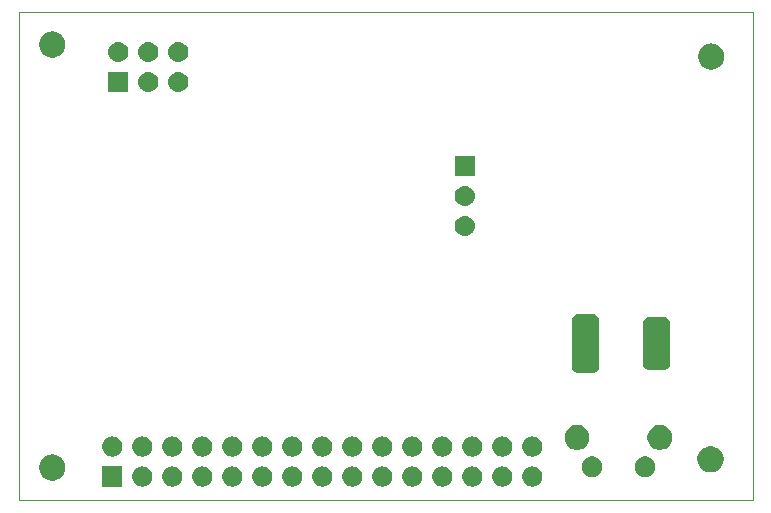
<source format=gbr>
G04 #@! TF.GenerationSoftware,KiCad,Pcbnew,(6.0.0-rc1-dev-1030-g80d50d98b)*
G04 #@! TF.CreationDate,2019-01-25T14:04:03-07:00*
G04 #@! TF.ProjectId,airmed_board_w1.0,6169726D65645F626F6172645F77312E,rev?*
G04 #@! TF.SameCoordinates,Original*
G04 #@! TF.FileFunction,Soldermask,Bot*
G04 #@! TF.FilePolarity,Negative*
%FSLAX46Y46*%
G04 Gerber Fmt 4.6, Leading zero omitted, Abs format (unit mm)*
G04 Created by KiCad (PCBNEW (6.0.0-rc1-dev-1030-g80d50d98b)) date Friday, January 25, 2019 at 02:04:03 PM*
%MOMM*%
%LPD*%
G01*
G04 APERTURE LIST*
%ADD10C,0.050000*%
%ADD11C,0.020000*%
G04 APERTURE END LIST*
D10*
X113487200Y-131826000D02*
X113487200Y-116027200D01*
X175641000Y-131826000D02*
X113487200Y-131826000D01*
X175641000Y-90474800D02*
X175641000Y-131826000D01*
X113487200Y-90474800D02*
X175641000Y-90474800D01*
X113487200Y-91948000D02*
X113487200Y-90474800D01*
X113487200Y-116027200D02*
X113487200Y-91948000D01*
D11*
G36*
X157139609Y-128951371D02*
X157300777Y-129000261D01*
X157449311Y-129079655D01*
X157579501Y-129186499D01*
X157686345Y-129316689D01*
X157765739Y-129465223D01*
X157814629Y-129626391D01*
X157831136Y-129794000D01*
X157814629Y-129961609D01*
X157765739Y-130122777D01*
X157686345Y-130271311D01*
X157579501Y-130401501D01*
X157449311Y-130508345D01*
X157300777Y-130587739D01*
X157139609Y-130636629D01*
X157013998Y-130649000D01*
X156930002Y-130649000D01*
X156804391Y-130636629D01*
X156643223Y-130587739D01*
X156494689Y-130508345D01*
X156364499Y-130401501D01*
X156257655Y-130271311D01*
X156178261Y-130122777D01*
X156129371Y-129961609D01*
X156112864Y-129794000D01*
X156129371Y-129626391D01*
X156178261Y-129465223D01*
X156257655Y-129316689D01*
X156364499Y-129186499D01*
X156494689Y-129079655D01*
X156643223Y-129000261D01*
X156804391Y-128951371D01*
X156930002Y-128939000D01*
X157013998Y-128939000D01*
X157139609Y-128951371D01*
X157139609Y-128951371D01*
G37*
G36*
X154599609Y-128951371D02*
X154760777Y-129000261D01*
X154909311Y-129079655D01*
X155039501Y-129186499D01*
X155146345Y-129316689D01*
X155225739Y-129465223D01*
X155274629Y-129626391D01*
X155291136Y-129794000D01*
X155274629Y-129961609D01*
X155225739Y-130122777D01*
X155146345Y-130271311D01*
X155039501Y-130401501D01*
X154909311Y-130508345D01*
X154760777Y-130587739D01*
X154599609Y-130636629D01*
X154473998Y-130649000D01*
X154390002Y-130649000D01*
X154264391Y-130636629D01*
X154103223Y-130587739D01*
X153954689Y-130508345D01*
X153824499Y-130401501D01*
X153717655Y-130271311D01*
X153638261Y-130122777D01*
X153589371Y-129961609D01*
X153572864Y-129794000D01*
X153589371Y-129626391D01*
X153638261Y-129465223D01*
X153717655Y-129316689D01*
X153824499Y-129186499D01*
X153954689Y-129079655D01*
X154103223Y-129000261D01*
X154264391Y-128951371D01*
X154390002Y-128939000D01*
X154473998Y-128939000D01*
X154599609Y-128951371D01*
X154599609Y-128951371D01*
G37*
G36*
X152059609Y-128951371D02*
X152220777Y-129000261D01*
X152369311Y-129079655D01*
X152499501Y-129186499D01*
X152606345Y-129316689D01*
X152685739Y-129465223D01*
X152734629Y-129626391D01*
X152751136Y-129794000D01*
X152734629Y-129961609D01*
X152685739Y-130122777D01*
X152606345Y-130271311D01*
X152499501Y-130401501D01*
X152369311Y-130508345D01*
X152220777Y-130587739D01*
X152059609Y-130636629D01*
X151933998Y-130649000D01*
X151850002Y-130649000D01*
X151724391Y-130636629D01*
X151563223Y-130587739D01*
X151414689Y-130508345D01*
X151284499Y-130401501D01*
X151177655Y-130271311D01*
X151098261Y-130122777D01*
X151049371Y-129961609D01*
X151032864Y-129794000D01*
X151049371Y-129626391D01*
X151098261Y-129465223D01*
X151177655Y-129316689D01*
X151284499Y-129186499D01*
X151414689Y-129079655D01*
X151563223Y-129000261D01*
X151724391Y-128951371D01*
X151850002Y-128939000D01*
X151933998Y-128939000D01*
X152059609Y-128951371D01*
X152059609Y-128951371D01*
G37*
G36*
X149519609Y-128951371D02*
X149680777Y-129000261D01*
X149829311Y-129079655D01*
X149959501Y-129186499D01*
X150066345Y-129316689D01*
X150145739Y-129465223D01*
X150194629Y-129626391D01*
X150211136Y-129794000D01*
X150194629Y-129961609D01*
X150145739Y-130122777D01*
X150066345Y-130271311D01*
X149959501Y-130401501D01*
X149829311Y-130508345D01*
X149680777Y-130587739D01*
X149519609Y-130636629D01*
X149393998Y-130649000D01*
X149310002Y-130649000D01*
X149184391Y-130636629D01*
X149023223Y-130587739D01*
X148874689Y-130508345D01*
X148744499Y-130401501D01*
X148637655Y-130271311D01*
X148558261Y-130122777D01*
X148509371Y-129961609D01*
X148492864Y-129794000D01*
X148509371Y-129626391D01*
X148558261Y-129465223D01*
X148637655Y-129316689D01*
X148744499Y-129186499D01*
X148874689Y-129079655D01*
X149023223Y-129000261D01*
X149184391Y-128951371D01*
X149310002Y-128939000D01*
X149393998Y-128939000D01*
X149519609Y-128951371D01*
X149519609Y-128951371D01*
G37*
G36*
X146979609Y-128951371D02*
X147140777Y-129000261D01*
X147289311Y-129079655D01*
X147419501Y-129186499D01*
X147526345Y-129316689D01*
X147605739Y-129465223D01*
X147654629Y-129626391D01*
X147671136Y-129794000D01*
X147654629Y-129961609D01*
X147605739Y-130122777D01*
X147526345Y-130271311D01*
X147419501Y-130401501D01*
X147289311Y-130508345D01*
X147140777Y-130587739D01*
X146979609Y-130636629D01*
X146853998Y-130649000D01*
X146770002Y-130649000D01*
X146644391Y-130636629D01*
X146483223Y-130587739D01*
X146334689Y-130508345D01*
X146204499Y-130401501D01*
X146097655Y-130271311D01*
X146018261Y-130122777D01*
X145969371Y-129961609D01*
X145952864Y-129794000D01*
X145969371Y-129626391D01*
X146018261Y-129465223D01*
X146097655Y-129316689D01*
X146204499Y-129186499D01*
X146334689Y-129079655D01*
X146483223Y-129000261D01*
X146644391Y-128951371D01*
X146770002Y-128939000D01*
X146853998Y-128939000D01*
X146979609Y-128951371D01*
X146979609Y-128951371D01*
G37*
G36*
X144439609Y-128951371D02*
X144600777Y-129000261D01*
X144749311Y-129079655D01*
X144879501Y-129186499D01*
X144986345Y-129316689D01*
X145065739Y-129465223D01*
X145114629Y-129626391D01*
X145131136Y-129794000D01*
X145114629Y-129961609D01*
X145065739Y-130122777D01*
X144986345Y-130271311D01*
X144879501Y-130401501D01*
X144749311Y-130508345D01*
X144600777Y-130587739D01*
X144439609Y-130636629D01*
X144313998Y-130649000D01*
X144230002Y-130649000D01*
X144104391Y-130636629D01*
X143943223Y-130587739D01*
X143794689Y-130508345D01*
X143664499Y-130401501D01*
X143557655Y-130271311D01*
X143478261Y-130122777D01*
X143429371Y-129961609D01*
X143412864Y-129794000D01*
X143429371Y-129626391D01*
X143478261Y-129465223D01*
X143557655Y-129316689D01*
X143664499Y-129186499D01*
X143794689Y-129079655D01*
X143943223Y-129000261D01*
X144104391Y-128951371D01*
X144230002Y-128939000D01*
X144313998Y-128939000D01*
X144439609Y-128951371D01*
X144439609Y-128951371D01*
G37*
G36*
X141899609Y-128951371D02*
X142060777Y-129000261D01*
X142209311Y-129079655D01*
X142339501Y-129186499D01*
X142446345Y-129316689D01*
X142525739Y-129465223D01*
X142574629Y-129626391D01*
X142591136Y-129794000D01*
X142574629Y-129961609D01*
X142525739Y-130122777D01*
X142446345Y-130271311D01*
X142339501Y-130401501D01*
X142209311Y-130508345D01*
X142060777Y-130587739D01*
X141899609Y-130636629D01*
X141773998Y-130649000D01*
X141690002Y-130649000D01*
X141564391Y-130636629D01*
X141403223Y-130587739D01*
X141254689Y-130508345D01*
X141124499Y-130401501D01*
X141017655Y-130271311D01*
X140938261Y-130122777D01*
X140889371Y-129961609D01*
X140872864Y-129794000D01*
X140889371Y-129626391D01*
X140938261Y-129465223D01*
X141017655Y-129316689D01*
X141124499Y-129186499D01*
X141254689Y-129079655D01*
X141403223Y-129000261D01*
X141564391Y-128951371D01*
X141690002Y-128939000D01*
X141773998Y-128939000D01*
X141899609Y-128951371D01*
X141899609Y-128951371D01*
G37*
G36*
X139359609Y-128951371D02*
X139520777Y-129000261D01*
X139669311Y-129079655D01*
X139799501Y-129186499D01*
X139906345Y-129316689D01*
X139985739Y-129465223D01*
X140034629Y-129626391D01*
X140051136Y-129794000D01*
X140034629Y-129961609D01*
X139985739Y-130122777D01*
X139906345Y-130271311D01*
X139799501Y-130401501D01*
X139669311Y-130508345D01*
X139520777Y-130587739D01*
X139359609Y-130636629D01*
X139233998Y-130649000D01*
X139150002Y-130649000D01*
X139024391Y-130636629D01*
X138863223Y-130587739D01*
X138714689Y-130508345D01*
X138584499Y-130401501D01*
X138477655Y-130271311D01*
X138398261Y-130122777D01*
X138349371Y-129961609D01*
X138332864Y-129794000D01*
X138349371Y-129626391D01*
X138398261Y-129465223D01*
X138477655Y-129316689D01*
X138584499Y-129186499D01*
X138714689Y-129079655D01*
X138863223Y-129000261D01*
X139024391Y-128951371D01*
X139150002Y-128939000D01*
X139233998Y-128939000D01*
X139359609Y-128951371D01*
X139359609Y-128951371D01*
G37*
G36*
X136819609Y-128951371D02*
X136980777Y-129000261D01*
X137129311Y-129079655D01*
X137259501Y-129186499D01*
X137366345Y-129316689D01*
X137445739Y-129465223D01*
X137494629Y-129626391D01*
X137511136Y-129794000D01*
X137494629Y-129961609D01*
X137445739Y-130122777D01*
X137366345Y-130271311D01*
X137259501Y-130401501D01*
X137129311Y-130508345D01*
X136980777Y-130587739D01*
X136819609Y-130636629D01*
X136693998Y-130649000D01*
X136610002Y-130649000D01*
X136484391Y-130636629D01*
X136323223Y-130587739D01*
X136174689Y-130508345D01*
X136044499Y-130401501D01*
X135937655Y-130271311D01*
X135858261Y-130122777D01*
X135809371Y-129961609D01*
X135792864Y-129794000D01*
X135809371Y-129626391D01*
X135858261Y-129465223D01*
X135937655Y-129316689D01*
X136044499Y-129186499D01*
X136174689Y-129079655D01*
X136323223Y-129000261D01*
X136484391Y-128951371D01*
X136610002Y-128939000D01*
X136693998Y-128939000D01*
X136819609Y-128951371D01*
X136819609Y-128951371D01*
G37*
G36*
X134279609Y-128951371D02*
X134440777Y-129000261D01*
X134589311Y-129079655D01*
X134719501Y-129186499D01*
X134826345Y-129316689D01*
X134905739Y-129465223D01*
X134954629Y-129626391D01*
X134971136Y-129794000D01*
X134954629Y-129961609D01*
X134905739Y-130122777D01*
X134826345Y-130271311D01*
X134719501Y-130401501D01*
X134589311Y-130508345D01*
X134440777Y-130587739D01*
X134279609Y-130636629D01*
X134153998Y-130649000D01*
X134070002Y-130649000D01*
X133944391Y-130636629D01*
X133783223Y-130587739D01*
X133634689Y-130508345D01*
X133504499Y-130401501D01*
X133397655Y-130271311D01*
X133318261Y-130122777D01*
X133269371Y-129961609D01*
X133252864Y-129794000D01*
X133269371Y-129626391D01*
X133318261Y-129465223D01*
X133397655Y-129316689D01*
X133504499Y-129186499D01*
X133634689Y-129079655D01*
X133783223Y-129000261D01*
X133944391Y-128951371D01*
X134070002Y-128939000D01*
X134153998Y-128939000D01*
X134279609Y-128951371D01*
X134279609Y-128951371D01*
G37*
G36*
X131739609Y-128951371D02*
X131900777Y-129000261D01*
X132049311Y-129079655D01*
X132179501Y-129186499D01*
X132286345Y-129316689D01*
X132365739Y-129465223D01*
X132414629Y-129626391D01*
X132431136Y-129794000D01*
X132414629Y-129961609D01*
X132365739Y-130122777D01*
X132286345Y-130271311D01*
X132179501Y-130401501D01*
X132049311Y-130508345D01*
X131900777Y-130587739D01*
X131739609Y-130636629D01*
X131613998Y-130649000D01*
X131530002Y-130649000D01*
X131404391Y-130636629D01*
X131243223Y-130587739D01*
X131094689Y-130508345D01*
X130964499Y-130401501D01*
X130857655Y-130271311D01*
X130778261Y-130122777D01*
X130729371Y-129961609D01*
X130712864Y-129794000D01*
X130729371Y-129626391D01*
X130778261Y-129465223D01*
X130857655Y-129316689D01*
X130964499Y-129186499D01*
X131094689Y-129079655D01*
X131243223Y-129000261D01*
X131404391Y-128951371D01*
X131530002Y-128939000D01*
X131613998Y-128939000D01*
X131739609Y-128951371D01*
X131739609Y-128951371D01*
G37*
G36*
X129199609Y-128951371D02*
X129360777Y-129000261D01*
X129509311Y-129079655D01*
X129639501Y-129186499D01*
X129746345Y-129316689D01*
X129825739Y-129465223D01*
X129874629Y-129626391D01*
X129891136Y-129794000D01*
X129874629Y-129961609D01*
X129825739Y-130122777D01*
X129746345Y-130271311D01*
X129639501Y-130401501D01*
X129509311Y-130508345D01*
X129360777Y-130587739D01*
X129199609Y-130636629D01*
X129073998Y-130649000D01*
X128990002Y-130649000D01*
X128864391Y-130636629D01*
X128703223Y-130587739D01*
X128554689Y-130508345D01*
X128424499Y-130401501D01*
X128317655Y-130271311D01*
X128238261Y-130122777D01*
X128189371Y-129961609D01*
X128172864Y-129794000D01*
X128189371Y-129626391D01*
X128238261Y-129465223D01*
X128317655Y-129316689D01*
X128424499Y-129186499D01*
X128554689Y-129079655D01*
X128703223Y-129000261D01*
X128864391Y-128951371D01*
X128990002Y-128939000D01*
X129073998Y-128939000D01*
X129199609Y-128951371D01*
X129199609Y-128951371D01*
G37*
G36*
X126659609Y-128951371D02*
X126820777Y-129000261D01*
X126969311Y-129079655D01*
X127099501Y-129186499D01*
X127206345Y-129316689D01*
X127285739Y-129465223D01*
X127334629Y-129626391D01*
X127351136Y-129794000D01*
X127334629Y-129961609D01*
X127285739Y-130122777D01*
X127206345Y-130271311D01*
X127099501Y-130401501D01*
X126969311Y-130508345D01*
X126820777Y-130587739D01*
X126659609Y-130636629D01*
X126533998Y-130649000D01*
X126450002Y-130649000D01*
X126324391Y-130636629D01*
X126163223Y-130587739D01*
X126014689Y-130508345D01*
X125884499Y-130401501D01*
X125777655Y-130271311D01*
X125698261Y-130122777D01*
X125649371Y-129961609D01*
X125632864Y-129794000D01*
X125649371Y-129626391D01*
X125698261Y-129465223D01*
X125777655Y-129316689D01*
X125884499Y-129186499D01*
X126014689Y-129079655D01*
X126163223Y-129000261D01*
X126324391Y-128951371D01*
X126450002Y-128939000D01*
X126533998Y-128939000D01*
X126659609Y-128951371D01*
X126659609Y-128951371D01*
G37*
G36*
X124119609Y-128951371D02*
X124280777Y-129000261D01*
X124429311Y-129079655D01*
X124559501Y-129186499D01*
X124666345Y-129316689D01*
X124745739Y-129465223D01*
X124794629Y-129626391D01*
X124811136Y-129794000D01*
X124794629Y-129961609D01*
X124745739Y-130122777D01*
X124666345Y-130271311D01*
X124559501Y-130401501D01*
X124429311Y-130508345D01*
X124280777Y-130587739D01*
X124119609Y-130636629D01*
X123993998Y-130649000D01*
X123910002Y-130649000D01*
X123784391Y-130636629D01*
X123623223Y-130587739D01*
X123474689Y-130508345D01*
X123344499Y-130401501D01*
X123237655Y-130271311D01*
X123158261Y-130122777D01*
X123109371Y-129961609D01*
X123092864Y-129794000D01*
X123109371Y-129626391D01*
X123158261Y-129465223D01*
X123237655Y-129316689D01*
X123344499Y-129186499D01*
X123474689Y-129079655D01*
X123623223Y-129000261D01*
X123784391Y-128951371D01*
X123910002Y-128939000D01*
X123993998Y-128939000D01*
X124119609Y-128951371D01*
X124119609Y-128951371D01*
G37*
G36*
X122267000Y-130649000D02*
X120557000Y-130649000D01*
X120557000Y-128939000D01*
X122267000Y-128939000D01*
X122267000Y-130649000D01*
X122267000Y-130649000D01*
G37*
G36*
X116547575Y-127948232D02*
X116654317Y-127969464D01*
X116855414Y-128052761D01*
X117036397Y-128173690D01*
X117190310Y-128327603D01*
X117311239Y-128508586D01*
X117334343Y-128564365D01*
X117394536Y-128709684D01*
X117431304Y-128894528D01*
X117437000Y-128923167D01*
X117437000Y-129140833D01*
X117394536Y-129354317D01*
X117311239Y-129555414D01*
X117190310Y-129736397D01*
X117036397Y-129890310D01*
X116855414Y-130011239D01*
X116654317Y-130094536D01*
X116547575Y-130115768D01*
X116440834Y-130137000D01*
X116223166Y-130137000D01*
X116116425Y-130115768D01*
X116009683Y-130094536D01*
X115808586Y-130011239D01*
X115627603Y-129890310D01*
X115473690Y-129736397D01*
X115352761Y-129555414D01*
X115269464Y-129354317D01*
X115227000Y-129140833D01*
X115227000Y-128923167D01*
X115232697Y-128894528D01*
X115269464Y-128709684D01*
X115329657Y-128564365D01*
X115352761Y-128508586D01*
X115473690Y-128327603D01*
X115627603Y-128173690D01*
X115808586Y-128052761D01*
X116009683Y-127969464D01*
X116116425Y-127948232D01*
X116223166Y-127927000D01*
X116440834Y-127927000D01*
X116547575Y-127948232D01*
X116547575Y-127948232D01*
G37*
G36*
X166779085Y-128135017D02*
X166779088Y-128135018D01*
X166779087Y-128135018D01*
X166939236Y-128201354D01*
X167082399Y-128297012D01*
X167083370Y-128297661D01*
X167205939Y-128420230D01*
X167205941Y-128420233D01*
X167302246Y-128564364D01*
X167349153Y-128677608D01*
X167368583Y-128724515D01*
X167402400Y-128894526D01*
X167402400Y-129067874D01*
X167368583Y-129237885D01*
X167368582Y-129237887D01*
X167302246Y-129398036D01*
X167257353Y-129465223D01*
X167205939Y-129542170D01*
X167083370Y-129664739D01*
X167083367Y-129664741D01*
X166939236Y-129761046D01*
X166859678Y-129794000D01*
X166779085Y-129827383D01*
X166609074Y-129861200D01*
X166435726Y-129861200D01*
X166265715Y-129827383D01*
X166185122Y-129794000D01*
X166105564Y-129761046D01*
X165961433Y-129664741D01*
X165961430Y-129664739D01*
X165838861Y-129542170D01*
X165787447Y-129465223D01*
X165742554Y-129398036D01*
X165676218Y-129237887D01*
X165676217Y-129237885D01*
X165642400Y-129067874D01*
X165642400Y-128894526D01*
X165676217Y-128724515D01*
X165695647Y-128677608D01*
X165742554Y-128564364D01*
X165838859Y-128420233D01*
X165838861Y-128420230D01*
X165961430Y-128297661D01*
X165962401Y-128297012D01*
X166105564Y-128201354D01*
X166265713Y-128135018D01*
X166265712Y-128135018D01*
X166265715Y-128135017D01*
X166435726Y-128101200D01*
X166609074Y-128101200D01*
X166779085Y-128135017D01*
X166779085Y-128135017D01*
G37*
G36*
X162279085Y-128135017D02*
X162279088Y-128135018D01*
X162279087Y-128135018D01*
X162439236Y-128201354D01*
X162582399Y-128297012D01*
X162583370Y-128297661D01*
X162705939Y-128420230D01*
X162705941Y-128420233D01*
X162802246Y-128564364D01*
X162849153Y-128677608D01*
X162868583Y-128724515D01*
X162902400Y-128894526D01*
X162902400Y-129067874D01*
X162868583Y-129237885D01*
X162868582Y-129237887D01*
X162802246Y-129398036D01*
X162757353Y-129465223D01*
X162705939Y-129542170D01*
X162583370Y-129664739D01*
X162583367Y-129664741D01*
X162439236Y-129761046D01*
X162359678Y-129794000D01*
X162279085Y-129827383D01*
X162109074Y-129861200D01*
X161935726Y-129861200D01*
X161765715Y-129827383D01*
X161685122Y-129794000D01*
X161605564Y-129761046D01*
X161461433Y-129664741D01*
X161461430Y-129664739D01*
X161338861Y-129542170D01*
X161287447Y-129465223D01*
X161242554Y-129398036D01*
X161176218Y-129237887D01*
X161176217Y-129237885D01*
X161142400Y-129067874D01*
X161142400Y-128894526D01*
X161176217Y-128724515D01*
X161195647Y-128677608D01*
X161242554Y-128564364D01*
X161338859Y-128420233D01*
X161338861Y-128420230D01*
X161461430Y-128297661D01*
X161462401Y-128297012D01*
X161605564Y-128201354D01*
X161765713Y-128135018D01*
X161765712Y-128135018D01*
X161765715Y-128135017D01*
X161935726Y-128101200D01*
X162109074Y-128101200D01*
X162279085Y-128135017D01*
X162279085Y-128135017D01*
G37*
G36*
X172275175Y-127237032D02*
X172381917Y-127258264D01*
X172583014Y-127341561D01*
X172763997Y-127462490D01*
X172917910Y-127616403D01*
X173038839Y-127797386D01*
X173109652Y-127968345D01*
X173122136Y-127998484D01*
X173164600Y-128211966D01*
X173164600Y-128429634D01*
X173143368Y-128536375D01*
X173122136Y-128643117D01*
X173038839Y-128844214D01*
X172917910Y-129025197D01*
X172763997Y-129179110D01*
X172583014Y-129300039D01*
X172381917Y-129383336D01*
X172308019Y-129398035D01*
X172168434Y-129425800D01*
X171950766Y-129425800D01*
X171811181Y-129398035D01*
X171737283Y-129383336D01*
X171536186Y-129300039D01*
X171355203Y-129179110D01*
X171201290Y-129025197D01*
X171080361Y-128844214D01*
X170997064Y-128643117D01*
X170975832Y-128536375D01*
X170954600Y-128429634D01*
X170954600Y-128211966D01*
X170997064Y-127998484D01*
X171009548Y-127968345D01*
X171080361Y-127797386D01*
X171201290Y-127616403D01*
X171355203Y-127462490D01*
X171536186Y-127341561D01*
X171737283Y-127258264D01*
X171844025Y-127237032D01*
X171950766Y-127215800D01*
X172168434Y-127215800D01*
X172275175Y-127237032D01*
X172275175Y-127237032D01*
G37*
G36*
X144439609Y-126411371D02*
X144600777Y-126460261D01*
X144749311Y-126539655D01*
X144879501Y-126646499D01*
X144986345Y-126776689D01*
X145065739Y-126925223D01*
X145114629Y-127086391D01*
X145131136Y-127254000D01*
X145114629Y-127421609D01*
X145065739Y-127582777D01*
X144986345Y-127731311D01*
X144879501Y-127861501D01*
X144749311Y-127968345D01*
X144600777Y-128047739D01*
X144439609Y-128096629D01*
X144313998Y-128109000D01*
X144230002Y-128109000D01*
X144104391Y-128096629D01*
X143943223Y-128047739D01*
X143794689Y-127968345D01*
X143664499Y-127861501D01*
X143557655Y-127731311D01*
X143478261Y-127582777D01*
X143429371Y-127421609D01*
X143412864Y-127254000D01*
X143429371Y-127086391D01*
X143478261Y-126925223D01*
X143557655Y-126776689D01*
X143664499Y-126646499D01*
X143794689Y-126539655D01*
X143943223Y-126460261D01*
X144104391Y-126411371D01*
X144230002Y-126399000D01*
X144313998Y-126399000D01*
X144439609Y-126411371D01*
X144439609Y-126411371D01*
G37*
G36*
X149519609Y-126411371D02*
X149680777Y-126460261D01*
X149829311Y-126539655D01*
X149959501Y-126646499D01*
X150066345Y-126776689D01*
X150145739Y-126925223D01*
X150194629Y-127086391D01*
X150211136Y-127254000D01*
X150194629Y-127421609D01*
X150145739Y-127582777D01*
X150066345Y-127731311D01*
X149959501Y-127861501D01*
X149829311Y-127968345D01*
X149680777Y-128047739D01*
X149519609Y-128096629D01*
X149393998Y-128109000D01*
X149310002Y-128109000D01*
X149184391Y-128096629D01*
X149023223Y-128047739D01*
X148874689Y-127968345D01*
X148744499Y-127861501D01*
X148637655Y-127731311D01*
X148558261Y-127582777D01*
X148509371Y-127421609D01*
X148492864Y-127254000D01*
X148509371Y-127086391D01*
X148558261Y-126925223D01*
X148637655Y-126776689D01*
X148744499Y-126646499D01*
X148874689Y-126539655D01*
X149023223Y-126460261D01*
X149184391Y-126411371D01*
X149310002Y-126399000D01*
X149393998Y-126399000D01*
X149519609Y-126411371D01*
X149519609Y-126411371D01*
G37*
G36*
X126659609Y-126411371D02*
X126820777Y-126460261D01*
X126969311Y-126539655D01*
X127099501Y-126646499D01*
X127206345Y-126776689D01*
X127285739Y-126925223D01*
X127334629Y-127086391D01*
X127351136Y-127254000D01*
X127334629Y-127421609D01*
X127285739Y-127582777D01*
X127206345Y-127731311D01*
X127099501Y-127861501D01*
X126969311Y-127968345D01*
X126820777Y-128047739D01*
X126659609Y-128096629D01*
X126533998Y-128109000D01*
X126450002Y-128109000D01*
X126324391Y-128096629D01*
X126163223Y-128047739D01*
X126014689Y-127968345D01*
X125884499Y-127861501D01*
X125777655Y-127731311D01*
X125698261Y-127582777D01*
X125649371Y-127421609D01*
X125632864Y-127254000D01*
X125649371Y-127086391D01*
X125698261Y-126925223D01*
X125777655Y-126776689D01*
X125884499Y-126646499D01*
X126014689Y-126539655D01*
X126163223Y-126460261D01*
X126324391Y-126411371D01*
X126450002Y-126399000D01*
X126533998Y-126399000D01*
X126659609Y-126411371D01*
X126659609Y-126411371D01*
G37*
G36*
X124119609Y-126411371D02*
X124280777Y-126460261D01*
X124429311Y-126539655D01*
X124559501Y-126646499D01*
X124666345Y-126776689D01*
X124745739Y-126925223D01*
X124794629Y-127086391D01*
X124811136Y-127254000D01*
X124794629Y-127421609D01*
X124745739Y-127582777D01*
X124666345Y-127731311D01*
X124559501Y-127861501D01*
X124429311Y-127968345D01*
X124280777Y-128047739D01*
X124119609Y-128096629D01*
X123993998Y-128109000D01*
X123910002Y-128109000D01*
X123784391Y-128096629D01*
X123623223Y-128047739D01*
X123474689Y-127968345D01*
X123344499Y-127861501D01*
X123237655Y-127731311D01*
X123158261Y-127582777D01*
X123109371Y-127421609D01*
X123092864Y-127254000D01*
X123109371Y-127086391D01*
X123158261Y-126925223D01*
X123237655Y-126776689D01*
X123344499Y-126646499D01*
X123474689Y-126539655D01*
X123623223Y-126460261D01*
X123784391Y-126411371D01*
X123910002Y-126399000D01*
X123993998Y-126399000D01*
X124119609Y-126411371D01*
X124119609Y-126411371D01*
G37*
G36*
X121579609Y-126411371D02*
X121740777Y-126460261D01*
X121889311Y-126539655D01*
X122019501Y-126646499D01*
X122126345Y-126776689D01*
X122205739Y-126925223D01*
X122254629Y-127086391D01*
X122271136Y-127254000D01*
X122254629Y-127421609D01*
X122205739Y-127582777D01*
X122126345Y-127731311D01*
X122019501Y-127861501D01*
X121889311Y-127968345D01*
X121740777Y-128047739D01*
X121579609Y-128096629D01*
X121453998Y-128109000D01*
X121370002Y-128109000D01*
X121244391Y-128096629D01*
X121083223Y-128047739D01*
X120934689Y-127968345D01*
X120804499Y-127861501D01*
X120697655Y-127731311D01*
X120618261Y-127582777D01*
X120569371Y-127421609D01*
X120552864Y-127254000D01*
X120569371Y-127086391D01*
X120618261Y-126925223D01*
X120697655Y-126776689D01*
X120804499Y-126646499D01*
X120934689Y-126539655D01*
X121083223Y-126460261D01*
X121244391Y-126411371D01*
X121370002Y-126399000D01*
X121453998Y-126399000D01*
X121579609Y-126411371D01*
X121579609Y-126411371D01*
G37*
G36*
X129199609Y-126411371D02*
X129360777Y-126460261D01*
X129509311Y-126539655D01*
X129639501Y-126646499D01*
X129746345Y-126776689D01*
X129825739Y-126925223D01*
X129874629Y-127086391D01*
X129891136Y-127254000D01*
X129874629Y-127421609D01*
X129825739Y-127582777D01*
X129746345Y-127731311D01*
X129639501Y-127861501D01*
X129509311Y-127968345D01*
X129360777Y-128047739D01*
X129199609Y-128096629D01*
X129073998Y-128109000D01*
X128990002Y-128109000D01*
X128864391Y-128096629D01*
X128703223Y-128047739D01*
X128554689Y-127968345D01*
X128424499Y-127861501D01*
X128317655Y-127731311D01*
X128238261Y-127582777D01*
X128189371Y-127421609D01*
X128172864Y-127254000D01*
X128189371Y-127086391D01*
X128238261Y-126925223D01*
X128317655Y-126776689D01*
X128424499Y-126646499D01*
X128554689Y-126539655D01*
X128703223Y-126460261D01*
X128864391Y-126411371D01*
X128990002Y-126399000D01*
X129073998Y-126399000D01*
X129199609Y-126411371D01*
X129199609Y-126411371D01*
G37*
G36*
X157139609Y-126411371D02*
X157300777Y-126460261D01*
X157449311Y-126539655D01*
X157579501Y-126646499D01*
X157686345Y-126776689D01*
X157765739Y-126925223D01*
X157814629Y-127086391D01*
X157831136Y-127254000D01*
X157814629Y-127421609D01*
X157765739Y-127582777D01*
X157686345Y-127731311D01*
X157579501Y-127861501D01*
X157449311Y-127968345D01*
X157300777Y-128047739D01*
X157139609Y-128096629D01*
X157013998Y-128109000D01*
X156930002Y-128109000D01*
X156804391Y-128096629D01*
X156643223Y-128047739D01*
X156494689Y-127968345D01*
X156364499Y-127861501D01*
X156257655Y-127731311D01*
X156178261Y-127582777D01*
X156129371Y-127421609D01*
X156112864Y-127254000D01*
X156129371Y-127086391D01*
X156178261Y-126925223D01*
X156257655Y-126776689D01*
X156364499Y-126646499D01*
X156494689Y-126539655D01*
X156643223Y-126460261D01*
X156804391Y-126411371D01*
X156930002Y-126399000D01*
X157013998Y-126399000D01*
X157139609Y-126411371D01*
X157139609Y-126411371D01*
G37*
G36*
X131739609Y-126411371D02*
X131900777Y-126460261D01*
X132049311Y-126539655D01*
X132179501Y-126646499D01*
X132286345Y-126776689D01*
X132365739Y-126925223D01*
X132414629Y-127086391D01*
X132431136Y-127254000D01*
X132414629Y-127421609D01*
X132365739Y-127582777D01*
X132286345Y-127731311D01*
X132179501Y-127861501D01*
X132049311Y-127968345D01*
X131900777Y-128047739D01*
X131739609Y-128096629D01*
X131613998Y-128109000D01*
X131530002Y-128109000D01*
X131404391Y-128096629D01*
X131243223Y-128047739D01*
X131094689Y-127968345D01*
X130964499Y-127861501D01*
X130857655Y-127731311D01*
X130778261Y-127582777D01*
X130729371Y-127421609D01*
X130712864Y-127254000D01*
X130729371Y-127086391D01*
X130778261Y-126925223D01*
X130857655Y-126776689D01*
X130964499Y-126646499D01*
X131094689Y-126539655D01*
X131243223Y-126460261D01*
X131404391Y-126411371D01*
X131530002Y-126399000D01*
X131613998Y-126399000D01*
X131739609Y-126411371D01*
X131739609Y-126411371D01*
G37*
G36*
X154599609Y-126411371D02*
X154760777Y-126460261D01*
X154909311Y-126539655D01*
X155039501Y-126646499D01*
X155146345Y-126776689D01*
X155225739Y-126925223D01*
X155274629Y-127086391D01*
X155291136Y-127254000D01*
X155274629Y-127421609D01*
X155225739Y-127582777D01*
X155146345Y-127731311D01*
X155039501Y-127861501D01*
X154909311Y-127968345D01*
X154760777Y-128047739D01*
X154599609Y-128096629D01*
X154473998Y-128109000D01*
X154390002Y-128109000D01*
X154264391Y-128096629D01*
X154103223Y-128047739D01*
X153954689Y-127968345D01*
X153824499Y-127861501D01*
X153717655Y-127731311D01*
X153638261Y-127582777D01*
X153589371Y-127421609D01*
X153572864Y-127254000D01*
X153589371Y-127086391D01*
X153638261Y-126925223D01*
X153717655Y-126776689D01*
X153824499Y-126646499D01*
X153954689Y-126539655D01*
X154103223Y-126460261D01*
X154264391Y-126411371D01*
X154390002Y-126399000D01*
X154473998Y-126399000D01*
X154599609Y-126411371D01*
X154599609Y-126411371D01*
G37*
G36*
X134279609Y-126411371D02*
X134440777Y-126460261D01*
X134589311Y-126539655D01*
X134719501Y-126646499D01*
X134826345Y-126776689D01*
X134905739Y-126925223D01*
X134954629Y-127086391D01*
X134971136Y-127254000D01*
X134954629Y-127421609D01*
X134905739Y-127582777D01*
X134826345Y-127731311D01*
X134719501Y-127861501D01*
X134589311Y-127968345D01*
X134440777Y-128047739D01*
X134279609Y-128096629D01*
X134153998Y-128109000D01*
X134070002Y-128109000D01*
X133944391Y-128096629D01*
X133783223Y-128047739D01*
X133634689Y-127968345D01*
X133504499Y-127861501D01*
X133397655Y-127731311D01*
X133318261Y-127582777D01*
X133269371Y-127421609D01*
X133252864Y-127254000D01*
X133269371Y-127086391D01*
X133318261Y-126925223D01*
X133397655Y-126776689D01*
X133504499Y-126646499D01*
X133634689Y-126539655D01*
X133783223Y-126460261D01*
X133944391Y-126411371D01*
X134070002Y-126399000D01*
X134153998Y-126399000D01*
X134279609Y-126411371D01*
X134279609Y-126411371D01*
G37*
G36*
X152059609Y-126411371D02*
X152220777Y-126460261D01*
X152369311Y-126539655D01*
X152499501Y-126646499D01*
X152606345Y-126776689D01*
X152685739Y-126925223D01*
X152734629Y-127086391D01*
X152751136Y-127254000D01*
X152734629Y-127421609D01*
X152685739Y-127582777D01*
X152606345Y-127731311D01*
X152499501Y-127861501D01*
X152369311Y-127968345D01*
X152220777Y-128047739D01*
X152059609Y-128096629D01*
X151933998Y-128109000D01*
X151850002Y-128109000D01*
X151724391Y-128096629D01*
X151563223Y-128047739D01*
X151414689Y-127968345D01*
X151284499Y-127861501D01*
X151177655Y-127731311D01*
X151098261Y-127582777D01*
X151049371Y-127421609D01*
X151032864Y-127254000D01*
X151049371Y-127086391D01*
X151098261Y-126925223D01*
X151177655Y-126776689D01*
X151284499Y-126646499D01*
X151414689Y-126539655D01*
X151563223Y-126460261D01*
X151724391Y-126411371D01*
X151850002Y-126399000D01*
X151933998Y-126399000D01*
X152059609Y-126411371D01*
X152059609Y-126411371D01*
G37*
G36*
X136819609Y-126411371D02*
X136980777Y-126460261D01*
X137129311Y-126539655D01*
X137259501Y-126646499D01*
X137366345Y-126776689D01*
X137445739Y-126925223D01*
X137494629Y-127086391D01*
X137511136Y-127254000D01*
X137494629Y-127421609D01*
X137445739Y-127582777D01*
X137366345Y-127731311D01*
X137259501Y-127861501D01*
X137129311Y-127968345D01*
X136980777Y-128047739D01*
X136819609Y-128096629D01*
X136693998Y-128109000D01*
X136610002Y-128109000D01*
X136484391Y-128096629D01*
X136323223Y-128047739D01*
X136174689Y-127968345D01*
X136044499Y-127861501D01*
X135937655Y-127731311D01*
X135858261Y-127582777D01*
X135809371Y-127421609D01*
X135792864Y-127254000D01*
X135809371Y-127086391D01*
X135858261Y-126925223D01*
X135937655Y-126776689D01*
X136044499Y-126646499D01*
X136174689Y-126539655D01*
X136323223Y-126460261D01*
X136484391Y-126411371D01*
X136610002Y-126399000D01*
X136693998Y-126399000D01*
X136819609Y-126411371D01*
X136819609Y-126411371D01*
G37*
G36*
X139359609Y-126411371D02*
X139520777Y-126460261D01*
X139669311Y-126539655D01*
X139799501Y-126646499D01*
X139906345Y-126776689D01*
X139985739Y-126925223D01*
X140034629Y-127086391D01*
X140051136Y-127254000D01*
X140034629Y-127421609D01*
X139985739Y-127582777D01*
X139906345Y-127731311D01*
X139799501Y-127861501D01*
X139669311Y-127968345D01*
X139520777Y-128047739D01*
X139359609Y-128096629D01*
X139233998Y-128109000D01*
X139150002Y-128109000D01*
X139024391Y-128096629D01*
X138863223Y-128047739D01*
X138714689Y-127968345D01*
X138584499Y-127861501D01*
X138477655Y-127731311D01*
X138398261Y-127582777D01*
X138349371Y-127421609D01*
X138332864Y-127254000D01*
X138349371Y-127086391D01*
X138398261Y-126925223D01*
X138477655Y-126776689D01*
X138584499Y-126646499D01*
X138714689Y-126539655D01*
X138863223Y-126460261D01*
X139024391Y-126411371D01*
X139150002Y-126399000D01*
X139233998Y-126399000D01*
X139359609Y-126411371D01*
X139359609Y-126411371D01*
G37*
G36*
X146979609Y-126411371D02*
X147140777Y-126460261D01*
X147289311Y-126539655D01*
X147419501Y-126646499D01*
X147526345Y-126776689D01*
X147605739Y-126925223D01*
X147654629Y-127086391D01*
X147671136Y-127254000D01*
X147654629Y-127421609D01*
X147605739Y-127582777D01*
X147526345Y-127731311D01*
X147419501Y-127861501D01*
X147289311Y-127968345D01*
X147140777Y-128047739D01*
X146979609Y-128096629D01*
X146853998Y-128109000D01*
X146770002Y-128109000D01*
X146644391Y-128096629D01*
X146483223Y-128047739D01*
X146334689Y-127968345D01*
X146204499Y-127861501D01*
X146097655Y-127731311D01*
X146018261Y-127582777D01*
X145969371Y-127421609D01*
X145952864Y-127254000D01*
X145969371Y-127086391D01*
X146018261Y-126925223D01*
X146097655Y-126776689D01*
X146204499Y-126646499D01*
X146334689Y-126539655D01*
X146483223Y-126460261D01*
X146644391Y-126411371D01*
X146770002Y-126399000D01*
X146853998Y-126399000D01*
X146979609Y-126411371D01*
X146979609Y-126411371D01*
G37*
G36*
X141899609Y-126411371D02*
X142060777Y-126460261D01*
X142209311Y-126539655D01*
X142339501Y-126646499D01*
X142446345Y-126776689D01*
X142525739Y-126925223D01*
X142574629Y-127086391D01*
X142591136Y-127254000D01*
X142574629Y-127421609D01*
X142525739Y-127582777D01*
X142446345Y-127731311D01*
X142339501Y-127861501D01*
X142209311Y-127968345D01*
X142060777Y-128047739D01*
X141899609Y-128096629D01*
X141773998Y-128109000D01*
X141690002Y-128109000D01*
X141564391Y-128096629D01*
X141403223Y-128047739D01*
X141254689Y-127968345D01*
X141124499Y-127861501D01*
X141017655Y-127731311D01*
X140938261Y-127582777D01*
X140889371Y-127421609D01*
X140872864Y-127254000D01*
X140889371Y-127086391D01*
X140938261Y-126925223D01*
X141017655Y-126776689D01*
X141124499Y-126646499D01*
X141254689Y-126539655D01*
X141403223Y-126460261D01*
X141564391Y-126411371D01*
X141690002Y-126399000D01*
X141773998Y-126399000D01*
X141899609Y-126411371D01*
X141899609Y-126411371D01*
G37*
G36*
X168080131Y-125476742D02*
X168272131Y-125556271D01*
X168444925Y-125671728D01*
X168591872Y-125818675D01*
X168707329Y-125991469D01*
X168786858Y-126183469D01*
X168827400Y-126387290D01*
X168827400Y-126595110D01*
X168786858Y-126798931D01*
X168707329Y-126990931D01*
X168591872Y-127163725D01*
X168444925Y-127310672D01*
X168272131Y-127426129D01*
X168080131Y-127505658D01*
X167876310Y-127546200D01*
X167668490Y-127546200D01*
X167464669Y-127505658D01*
X167272669Y-127426129D01*
X167099875Y-127310672D01*
X166952928Y-127163725D01*
X166837471Y-126990931D01*
X166757942Y-126798931D01*
X166717400Y-126595110D01*
X166717400Y-126387290D01*
X166757942Y-126183469D01*
X166837471Y-125991469D01*
X166952928Y-125818675D01*
X167099875Y-125671728D01*
X167272669Y-125556271D01*
X167464669Y-125476742D01*
X167668490Y-125436200D01*
X167876310Y-125436200D01*
X168080131Y-125476742D01*
X168080131Y-125476742D01*
G37*
G36*
X161070131Y-125476742D02*
X161262131Y-125556271D01*
X161434925Y-125671728D01*
X161581872Y-125818675D01*
X161697329Y-125991469D01*
X161776858Y-126183469D01*
X161817400Y-126387290D01*
X161817400Y-126595110D01*
X161776858Y-126798931D01*
X161697329Y-126990931D01*
X161581872Y-127163725D01*
X161434925Y-127310672D01*
X161262131Y-127426129D01*
X161070131Y-127505658D01*
X160866310Y-127546200D01*
X160658490Y-127546200D01*
X160454669Y-127505658D01*
X160262669Y-127426129D01*
X160089875Y-127310672D01*
X159942928Y-127163725D01*
X159827471Y-126990931D01*
X159747942Y-126798931D01*
X159707400Y-126595110D01*
X159707400Y-126387290D01*
X159747942Y-126183469D01*
X159827471Y-125991469D01*
X159942928Y-125818675D01*
X160089875Y-125671728D01*
X160262669Y-125556271D01*
X160454669Y-125476742D01*
X160658490Y-125436200D01*
X160866310Y-125436200D01*
X161070131Y-125476742D01*
X161070131Y-125476742D01*
G37*
G36*
X162194040Y-116022253D02*
X162297640Y-116053680D01*
X162393118Y-116104715D01*
X162476806Y-116173394D01*
X162545485Y-116257082D01*
X162596520Y-116352560D01*
X162627947Y-116456160D01*
X162638800Y-116566354D01*
X162638800Y-120466446D01*
X162627947Y-120576640D01*
X162596520Y-120680240D01*
X162545485Y-120775718D01*
X162476806Y-120859406D01*
X162393118Y-120928085D01*
X162297640Y-120979120D01*
X162194040Y-121010547D01*
X162083846Y-121021400D01*
X160883754Y-121021400D01*
X160773560Y-121010547D01*
X160669960Y-120979120D01*
X160574482Y-120928085D01*
X160490794Y-120859406D01*
X160422115Y-120775718D01*
X160371080Y-120680240D01*
X160339653Y-120576640D01*
X160328800Y-120466446D01*
X160328800Y-116566354D01*
X160339653Y-116456160D01*
X160371080Y-116352560D01*
X160422115Y-116257082D01*
X160490794Y-116173394D01*
X160574482Y-116104715D01*
X160669960Y-116053680D01*
X160773560Y-116022253D01*
X160883754Y-116011400D01*
X162083846Y-116011400D01*
X162194040Y-116022253D01*
X162194040Y-116022253D01*
G37*
G36*
X168194040Y-116272253D02*
X168297640Y-116303680D01*
X168393118Y-116354715D01*
X168476806Y-116423394D01*
X168545485Y-116507082D01*
X168596520Y-116602560D01*
X168627947Y-116706160D01*
X168638800Y-116816354D01*
X168638800Y-120216446D01*
X168627947Y-120326640D01*
X168596520Y-120430240D01*
X168545485Y-120525718D01*
X168476806Y-120609406D01*
X168393118Y-120678085D01*
X168297640Y-120729120D01*
X168194040Y-120760547D01*
X168083846Y-120771400D01*
X166883754Y-120771400D01*
X166773560Y-120760547D01*
X166669960Y-120729120D01*
X166574482Y-120678085D01*
X166490794Y-120609406D01*
X166422115Y-120525718D01*
X166371080Y-120430240D01*
X166339653Y-120326640D01*
X166328800Y-120216446D01*
X166328800Y-116816354D01*
X166339653Y-116706160D01*
X166371080Y-116602560D01*
X166422115Y-116507082D01*
X166490794Y-116423394D01*
X166574482Y-116354715D01*
X166669960Y-116303680D01*
X166773560Y-116272253D01*
X166883754Y-116261400D01*
X168083846Y-116261400D01*
X168194040Y-116272253D01*
X168194040Y-116272253D01*
G37*
G36*
X151424609Y-107742371D02*
X151585777Y-107791261D01*
X151734311Y-107870655D01*
X151864501Y-107977499D01*
X151971345Y-108107689D01*
X152050739Y-108256223D01*
X152099629Y-108417391D01*
X152116136Y-108585000D01*
X152099629Y-108752609D01*
X152050739Y-108913777D01*
X151971345Y-109062311D01*
X151864501Y-109192501D01*
X151734311Y-109299345D01*
X151585777Y-109378739D01*
X151424609Y-109427629D01*
X151298998Y-109440000D01*
X151215002Y-109440000D01*
X151089391Y-109427629D01*
X150928223Y-109378739D01*
X150779689Y-109299345D01*
X150649499Y-109192501D01*
X150542655Y-109062311D01*
X150463261Y-108913777D01*
X150414371Y-108752609D01*
X150397864Y-108585000D01*
X150414371Y-108417391D01*
X150463261Y-108256223D01*
X150542655Y-108107689D01*
X150649499Y-107977499D01*
X150779689Y-107870655D01*
X150928223Y-107791261D01*
X151089391Y-107742371D01*
X151215002Y-107730000D01*
X151298998Y-107730000D01*
X151424609Y-107742371D01*
X151424609Y-107742371D01*
G37*
G36*
X151424609Y-105202371D02*
X151585777Y-105251261D01*
X151734311Y-105330655D01*
X151864501Y-105437499D01*
X151971345Y-105567689D01*
X152050739Y-105716223D01*
X152099629Y-105877391D01*
X152116136Y-106045000D01*
X152099629Y-106212609D01*
X152050739Y-106373777D01*
X151971345Y-106522311D01*
X151864501Y-106652501D01*
X151734311Y-106759345D01*
X151585777Y-106838739D01*
X151424609Y-106887629D01*
X151298998Y-106900000D01*
X151215002Y-106900000D01*
X151089391Y-106887629D01*
X150928223Y-106838739D01*
X150779689Y-106759345D01*
X150649499Y-106652501D01*
X150542655Y-106522311D01*
X150463261Y-106373777D01*
X150414371Y-106212609D01*
X150397864Y-106045000D01*
X150414371Y-105877391D01*
X150463261Y-105716223D01*
X150542655Y-105567689D01*
X150649499Y-105437499D01*
X150779689Y-105330655D01*
X150928223Y-105251261D01*
X151089391Y-105202371D01*
X151215002Y-105190000D01*
X151298998Y-105190000D01*
X151424609Y-105202371D01*
X151424609Y-105202371D01*
G37*
G36*
X152112000Y-104360000D02*
X150402000Y-104360000D01*
X150402000Y-102650000D01*
X152112000Y-102650000D01*
X152112000Y-104360000D01*
X152112000Y-104360000D01*
G37*
G36*
X122775000Y-97248000D02*
X121065000Y-97248000D01*
X121065000Y-95538000D01*
X122775000Y-95538000D01*
X122775000Y-97248000D01*
X122775000Y-97248000D01*
G37*
G36*
X124627609Y-95550371D02*
X124788777Y-95599261D01*
X124937311Y-95678655D01*
X125067501Y-95785499D01*
X125174345Y-95915689D01*
X125253739Y-96064223D01*
X125302629Y-96225391D01*
X125319136Y-96393000D01*
X125302629Y-96560609D01*
X125253739Y-96721777D01*
X125174345Y-96870311D01*
X125067501Y-97000501D01*
X124937311Y-97107345D01*
X124788777Y-97186739D01*
X124627609Y-97235629D01*
X124501998Y-97248000D01*
X124418002Y-97248000D01*
X124292391Y-97235629D01*
X124131223Y-97186739D01*
X123982689Y-97107345D01*
X123852499Y-97000501D01*
X123745655Y-96870311D01*
X123666261Y-96721777D01*
X123617371Y-96560609D01*
X123600864Y-96393000D01*
X123617371Y-96225391D01*
X123666261Y-96064223D01*
X123745655Y-95915689D01*
X123852499Y-95785499D01*
X123982689Y-95678655D01*
X124131223Y-95599261D01*
X124292391Y-95550371D01*
X124418002Y-95538000D01*
X124501998Y-95538000D01*
X124627609Y-95550371D01*
X124627609Y-95550371D01*
G37*
G36*
X127167609Y-95550371D02*
X127328777Y-95599261D01*
X127477311Y-95678655D01*
X127607501Y-95785499D01*
X127714345Y-95915689D01*
X127793739Y-96064223D01*
X127842629Y-96225391D01*
X127859136Y-96393000D01*
X127842629Y-96560609D01*
X127793739Y-96721777D01*
X127714345Y-96870311D01*
X127607501Y-97000501D01*
X127477311Y-97107345D01*
X127328777Y-97186739D01*
X127167609Y-97235629D01*
X127041998Y-97248000D01*
X126958002Y-97248000D01*
X126832391Y-97235629D01*
X126671223Y-97186739D01*
X126522689Y-97107345D01*
X126392499Y-97000501D01*
X126285655Y-96870311D01*
X126206261Y-96721777D01*
X126157371Y-96560609D01*
X126140864Y-96393000D01*
X126157371Y-96225391D01*
X126206261Y-96064223D01*
X126285655Y-95915689D01*
X126392499Y-95785499D01*
X126522689Y-95678655D01*
X126671223Y-95599261D01*
X126832391Y-95550371D01*
X126958002Y-95538000D01*
X127041998Y-95538000D01*
X127167609Y-95550371D01*
X127167609Y-95550371D01*
G37*
G36*
X172267773Y-93138655D02*
X172432717Y-93171464D01*
X172633814Y-93254761D01*
X172814797Y-93375690D01*
X172968710Y-93529603D01*
X173089639Y-93710586D01*
X173172936Y-93911683D01*
X173215400Y-94125167D01*
X173215400Y-94342833D01*
X173172936Y-94556317D01*
X173089639Y-94757414D01*
X172968710Y-94938397D01*
X172814797Y-95092310D01*
X172633814Y-95213239D01*
X172432717Y-95296536D01*
X172325975Y-95317768D01*
X172219234Y-95339000D01*
X172001566Y-95339000D01*
X171894825Y-95317768D01*
X171788083Y-95296536D01*
X171586986Y-95213239D01*
X171406003Y-95092310D01*
X171252090Y-94938397D01*
X171131161Y-94757414D01*
X171047864Y-94556317D01*
X171005400Y-94342833D01*
X171005400Y-94125167D01*
X171047864Y-93911683D01*
X171131161Y-93710586D01*
X171252090Y-93529603D01*
X171406003Y-93375690D01*
X171586986Y-93254761D01*
X171788083Y-93171464D01*
X171953027Y-93138655D01*
X172001566Y-93129000D01*
X172219234Y-93129000D01*
X172267773Y-93138655D01*
X172267773Y-93138655D01*
G37*
G36*
X122087609Y-93010371D02*
X122248777Y-93059261D01*
X122397311Y-93138655D01*
X122527501Y-93245499D01*
X122634345Y-93375689D01*
X122713739Y-93524223D01*
X122762629Y-93685391D01*
X122779136Y-93853000D01*
X122762629Y-94020609D01*
X122713739Y-94181777D01*
X122634345Y-94330311D01*
X122527501Y-94460501D01*
X122397311Y-94567345D01*
X122248777Y-94646739D01*
X122087609Y-94695629D01*
X121961998Y-94708000D01*
X121878002Y-94708000D01*
X121752391Y-94695629D01*
X121591223Y-94646739D01*
X121442689Y-94567345D01*
X121312499Y-94460501D01*
X121205655Y-94330311D01*
X121126261Y-94181777D01*
X121077371Y-94020609D01*
X121060864Y-93853000D01*
X121077371Y-93685391D01*
X121126261Y-93524223D01*
X121205655Y-93375689D01*
X121312499Y-93245499D01*
X121442689Y-93138655D01*
X121591223Y-93059261D01*
X121752391Y-93010371D01*
X121878002Y-92998000D01*
X121961998Y-92998000D01*
X122087609Y-93010371D01*
X122087609Y-93010371D01*
G37*
G36*
X124627609Y-93010371D02*
X124788777Y-93059261D01*
X124937311Y-93138655D01*
X125067501Y-93245499D01*
X125174345Y-93375689D01*
X125253739Y-93524223D01*
X125302629Y-93685391D01*
X125319136Y-93853000D01*
X125302629Y-94020609D01*
X125253739Y-94181777D01*
X125174345Y-94330311D01*
X125067501Y-94460501D01*
X124937311Y-94567345D01*
X124788777Y-94646739D01*
X124627609Y-94695629D01*
X124501998Y-94708000D01*
X124418002Y-94708000D01*
X124292391Y-94695629D01*
X124131223Y-94646739D01*
X123982689Y-94567345D01*
X123852499Y-94460501D01*
X123745655Y-94330311D01*
X123666261Y-94181777D01*
X123617371Y-94020609D01*
X123600864Y-93853000D01*
X123617371Y-93685391D01*
X123666261Y-93524223D01*
X123745655Y-93375689D01*
X123852499Y-93245499D01*
X123982689Y-93138655D01*
X124131223Y-93059261D01*
X124292391Y-93010371D01*
X124418002Y-92998000D01*
X124501998Y-92998000D01*
X124627609Y-93010371D01*
X124627609Y-93010371D01*
G37*
G36*
X127167609Y-93010371D02*
X127328777Y-93059261D01*
X127477311Y-93138655D01*
X127607501Y-93245499D01*
X127714345Y-93375689D01*
X127793739Y-93524223D01*
X127842629Y-93685391D01*
X127859136Y-93853000D01*
X127842629Y-94020609D01*
X127793739Y-94181777D01*
X127714345Y-94330311D01*
X127607501Y-94460501D01*
X127477311Y-94567345D01*
X127328777Y-94646739D01*
X127167609Y-94695629D01*
X127041998Y-94708000D01*
X126958002Y-94708000D01*
X126832391Y-94695629D01*
X126671223Y-94646739D01*
X126522689Y-94567345D01*
X126392499Y-94460501D01*
X126285655Y-94330311D01*
X126206261Y-94181777D01*
X126157371Y-94020609D01*
X126140864Y-93853000D01*
X126157371Y-93685391D01*
X126206261Y-93524223D01*
X126285655Y-93375689D01*
X126392499Y-93245499D01*
X126522689Y-93138655D01*
X126671223Y-93059261D01*
X126832391Y-93010371D01*
X126958002Y-92998000D01*
X127041998Y-92998000D01*
X127167609Y-93010371D01*
X127167609Y-93010371D01*
G37*
G36*
X116547575Y-92134232D02*
X116654317Y-92155464D01*
X116855414Y-92238761D01*
X117036397Y-92359690D01*
X117190310Y-92513603D01*
X117311239Y-92694586D01*
X117394536Y-92895683D01*
X117394536Y-92895684D01*
X117427074Y-93059262D01*
X117437000Y-93109167D01*
X117437000Y-93326833D01*
X117394536Y-93540317D01*
X117311239Y-93741414D01*
X117190310Y-93922397D01*
X117036397Y-94076310D01*
X116855414Y-94197239D01*
X116654317Y-94280536D01*
X116547575Y-94301768D01*
X116440834Y-94323000D01*
X116223166Y-94323000D01*
X116116425Y-94301768D01*
X116009683Y-94280536D01*
X115808586Y-94197239D01*
X115627603Y-94076310D01*
X115473690Y-93922397D01*
X115352761Y-93741414D01*
X115269464Y-93540317D01*
X115227000Y-93326833D01*
X115227000Y-93109167D01*
X115236927Y-93059262D01*
X115269464Y-92895684D01*
X115269464Y-92895683D01*
X115352761Y-92694586D01*
X115473690Y-92513603D01*
X115627603Y-92359690D01*
X115808586Y-92238761D01*
X116009683Y-92155464D01*
X116116425Y-92134232D01*
X116223166Y-92113000D01*
X116440834Y-92113000D01*
X116547575Y-92134232D01*
X116547575Y-92134232D01*
G37*
M02*

</source>
